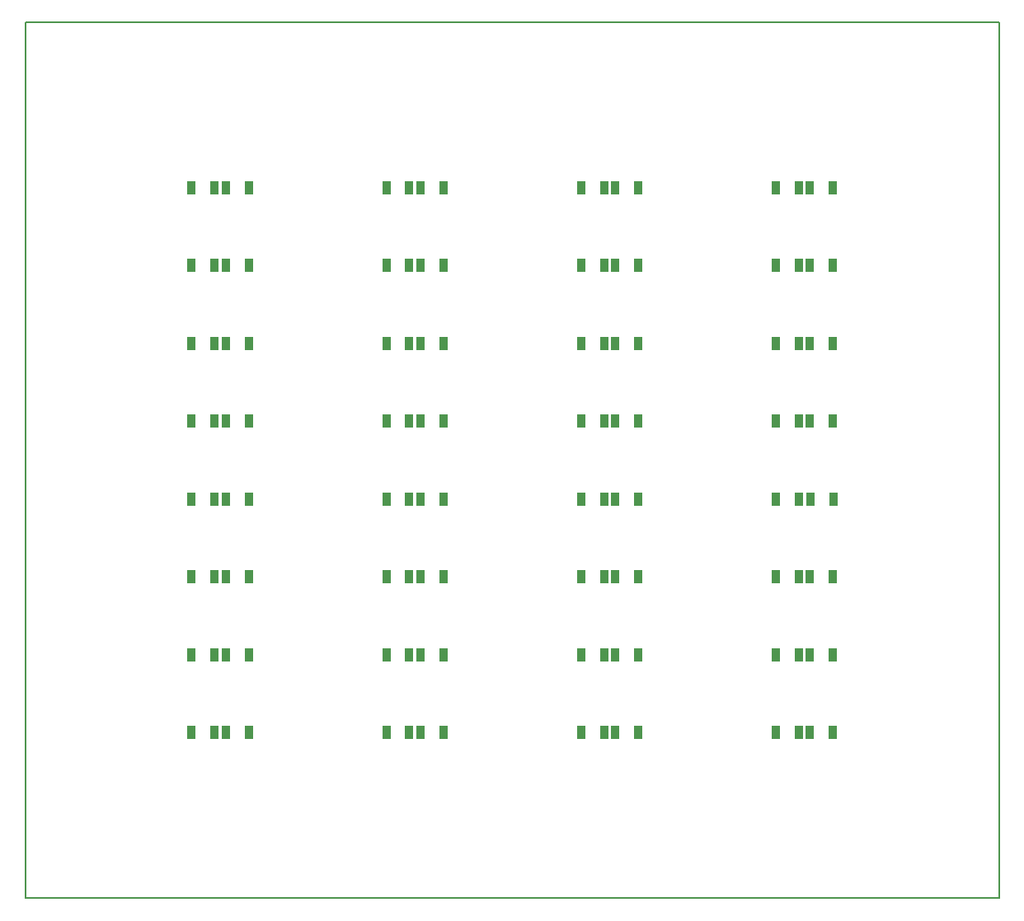
<source format=gbp>
G04 Layer_Color=128*
%FSLAX25Y25*%
%MOIN*%
G70*
G01*
G75*
%ADD11C,0.00787*%
%ADD17R,0.03543X0.05315*%
D11*
X0Y-177165D02*
X393701D01*
X0D02*
Y177165D01*
X393701Y-177165D02*
Y177165D01*
X0D02*
X393701D01*
D17*
X76476Y110236D02*
D03*
X67224D02*
D03*
X90256D02*
D03*
X81004D02*
D03*
X155217D02*
D03*
X145965D02*
D03*
X168996D02*
D03*
X159744D02*
D03*
X233957D02*
D03*
X224705D02*
D03*
X247736D02*
D03*
X238484D02*
D03*
X312697D02*
D03*
X303445D02*
D03*
X326476D02*
D03*
X317224D02*
D03*
X76476Y78740D02*
D03*
X67224D02*
D03*
X90256D02*
D03*
X81004D02*
D03*
X155217D02*
D03*
X145965D02*
D03*
X168996D02*
D03*
X159744D02*
D03*
X233957D02*
D03*
X224705D02*
D03*
X247736D02*
D03*
X238484D02*
D03*
X312697D02*
D03*
X303445D02*
D03*
X326476D02*
D03*
X317224D02*
D03*
X76476Y47244D02*
D03*
X67224D02*
D03*
X90256D02*
D03*
X81004D02*
D03*
X155217D02*
D03*
X145965D02*
D03*
X168996D02*
D03*
X159744D02*
D03*
X233957D02*
D03*
X224705D02*
D03*
X247736D02*
D03*
X238484D02*
D03*
X312697D02*
D03*
X303445D02*
D03*
X326476D02*
D03*
X317224D02*
D03*
X76476Y15748D02*
D03*
X67224D02*
D03*
X90256D02*
D03*
X81004D02*
D03*
X155217D02*
D03*
X145965D02*
D03*
X168996D02*
D03*
X159744D02*
D03*
X233957D02*
D03*
X224705D02*
D03*
X247736D02*
D03*
X238484D02*
D03*
X312697D02*
D03*
X303445D02*
D03*
X326476D02*
D03*
X317224D02*
D03*
X76476Y-15748D02*
D03*
X67224D02*
D03*
X90256D02*
D03*
X81004D02*
D03*
X155217D02*
D03*
X145965D02*
D03*
X168996D02*
D03*
X159744D02*
D03*
X233957D02*
D03*
X224705D02*
D03*
X247736D02*
D03*
X238484D02*
D03*
X312697D02*
D03*
X303445D02*
D03*
X326772D02*
D03*
X317520D02*
D03*
X76476Y-47244D02*
D03*
X67224D02*
D03*
X90256D02*
D03*
X81004D02*
D03*
X155217D02*
D03*
X145965D02*
D03*
X168996D02*
D03*
X159744D02*
D03*
X233957D02*
D03*
X224705D02*
D03*
X247736D02*
D03*
X238484D02*
D03*
X312697D02*
D03*
X303445D02*
D03*
X326476D02*
D03*
X317224D02*
D03*
X76476Y-78740D02*
D03*
X67224D02*
D03*
X90256D02*
D03*
X81004D02*
D03*
X155217D02*
D03*
X145965D02*
D03*
X168996D02*
D03*
X159744D02*
D03*
X233957D02*
D03*
X224705D02*
D03*
X247736D02*
D03*
X238484D02*
D03*
X312697D02*
D03*
X303445D02*
D03*
X326476D02*
D03*
X317224D02*
D03*
X76476Y-110236D02*
D03*
X67224D02*
D03*
X90256D02*
D03*
X81004D02*
D03*
X155217D02*
D03*
X145965D02*
D03*
X168996D02*
D03*
X159744D02*
D03*
X233957D02*
D03*
X224705D02*
D03*
X247736D02*
D03*
X238484D02*
D03*
X312697D02*
D03*
X303445D02*
D03*
X326476D02*
D03*
X317224D02*
D03*
M02*

</source>
